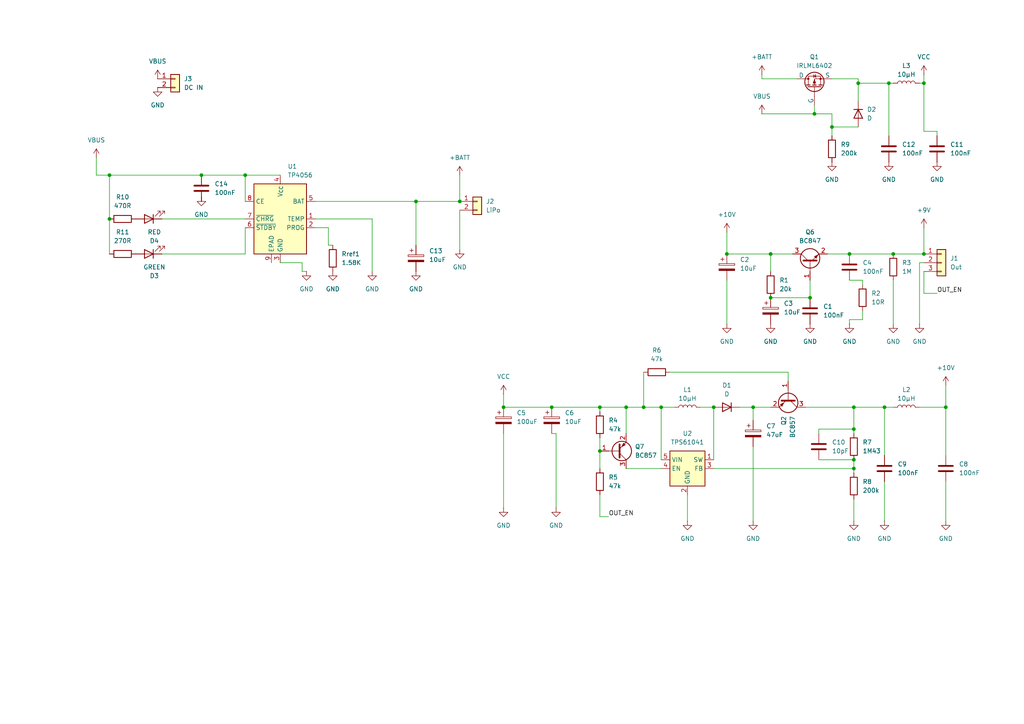
<source format=kicad_sch>
(kicad_sch (version 20250114) (generator "eeschema") (generator_version "9.0")
  (paper "A4")
  (lib_symbols
    (symbol "Battery_Management:TP4056-42-ESOP8"
      (property "Reference" "U" (at -6.604 11.684 0))
      (property "Value" "TP4056-42-ESOP8" (at 10.16 11.684 0))
      (symbol "TP4056-42-ESOP8_1_0"
        (pin input line (at -10.16 5.08 0) (length 2.54) (name "CE") (number "8"))
        (pin open_collector line (at -10.16 0 0) (length 2.54) (name "~{CHRG}") (number "7"))
        (pin open_collector line (at -10.16 -2.54 0) (length 2.54) (name "~{STDBY}") (number "6"))
        (pin passive line (at -2.54 -12.7 90) (length 2.54) (name "EPAD") (number "9"))
        (pin power_in line (at 0 12.7 270) (length 2.54) (name "V_{CC}") (number "4"))
        (pin power_in line (at 0 -12.7 90) (length 2.54) (name "GND") (number "3"))
        (pin power_out line (at 10.16 5.08 180) (length 2.54) (name "BAT") (number "5"))
        (pin input line (at 10.16 0 180) (length 2.54) (name "TEMP") (number "1"))
        (pin passive line (at 10.16 -2.54 180) (length 2.54) (name "PROG") (number "2"))
      )
      (symbol "TP4056-42-ESOP8_1_1"
        (rectangle (start -7.62 10.16) (end 7.62 -10.16) (stroke (width 0.254)) (fill (type background)))
      )
    )
    (symbol "Connector_Generic:Conn_01x02" (pin_names (offset 1.016) (hide yes))
      (property "Reference" "J" (at 0 2.54 0))
      (property "Value" "Conn_01x02" (at 0 -5.08 0))
      (symbol "Conn_01x02_1_1"
        (rectangle (start -1.27 1.27) (end 1.27 -3.81) (stroke (width 0.254)) (fill (type background)))
        (rectangle (start -1.27 0.127) (end 0 -0.127) (stroke (width 0.1524)))
        (rectangle (start -1.27 -2.413) (end 0 -2.667) (stroke (width 0.1524)))
        (pin passive line (at -5.08 0 0) (length 3.81) (name "Pin_1") (number "1"))
        (pin passive line (at -5.08 -2.54 0) (length 3.81) (name "Pin_2") (number "2"))
      )
    )
    (symbol "Connector_Generic:Conn_01x03" (pin_names (offset 1.016) (hide yes))
      (property "Reference" "J" (at 0 5.08 0))
      (property "Value" "Conn_01x03" (at 0 -5.08 0))
      (symbol "Conn_01x03_1_1"
        (rectangle (start -1.27 3.81) (end 1.27 -3.81) (stroke (width 0.254)) (fill (type background)))
        (rectangle (start -1.27 2.667) (end 0 2.413) (stroke (width 0.1524)))
        (rectangle (start -1.27 0.127) (end 0 -0.127) (stroke (width 0.1524)))
        (rectangle (start -1.27 -2.413) (end 0 -2.667) (stroke (width 0.1524)))
        (pin passive line (at -5.08 2.54 0) (length 3.81) (name "Pin_1") (number "1"))
        (pin passive line (at -5.08 0 0) (length 3.81) (name "Pin_2") (number "2"))
        (pin passive line (at -5.08 -2.54 0) (length 3.81) (name "Pin_3") (number "3"))
      )
    )
    (symbol "Device:C" (pin_numbers (hide yes)) (pin_names (offset 0.254))
      (property "Reference" "C" (at 0.635 2.54 0))
      (property "Value" "C" (at 0.635 -2.54 0))
      (symbol "C_0_1"
        (polyline (pts (xy -2.032 0.762) (xy 2.032 0.762)) (stroke (width 0.508)))
        (polyline (pts (xy -2.032 -0.762) (xy 2.032 -0.762)) (stroke (width 0.508)))
      )
      (symbol "C_1_1"
        (pin passive line (at 0 3.81 270) (length 2.794) (name "~") (number "1"))
        (pin passive line (at 0 -3.81 90) (length 2.794) (name "~") (number "2"))
      )
    )
    (symbol "Device:C_Polarized" (pin_numbers (hide yes)) (pin_names (offset 0.254))
      (property "Reference" "C" (at 0.635 2.54 0))
      (property "Value" "C_Polarized" (at 0.635 -2.54 0))
      (symbol "C_Polarized_0_1"
        (rectangle (start -2.286 0.508) (end 2.286 1.016))
        (polyline (pts (xy -1.778 2.286) (xy -0.762 2.286)))
        (polyline (pts (xy -1.27 2.794) (xy -1.27 1.778)))
        (rectangle (start 2.286 -0.508) (end -2.286 -1.016) (fill (type outline)))
      )
      (symbol "C_Polarized_1_1"
        (pin passive line (at 0 3.81 270) (length 2.794) (name "~") (number "1"))
        (pin passive line (at 0 -3.81 90) (length 2.794) (name "~") (number "2"))
      )
    )
    (symbol "Device:D" (pin_numbers (hide yes)) (pin_names (offset 1.016) (hide yes))
      (property "Reference" "D" (at 0 2.54 0))
      (property "Value" "D" (at 0 -2.54 0))
      (symbol "D_0_1"
        (polyline (pts (xy -1.27 1.27) (xy -1.27 -1.27)) (stroke (width 0.254)))
        (polyline (pts (xy 1.27 1.27) (xy 1.27 -1.27) (xy -1.27 0) (xy 1.27 1.27)) (stroke (width 0.254)))
        (polyline (pts (xy 1.27 0) (xy -1.27 0)))
      )
      (symbol "D_1_1"
        (pin passive line (at -3.81 0 0) (length 2.54) (name "K") (number "1"))
        (pin passive line (at 3.81 0 180) (length 2.54) (name "A") (number "2"))
      )
    )
    (symbol "Device:L" (pin_numbers (hide yes)) (pin_names (offset 1.016) (hide yes))
      (property "Reference" "L" (at -1.27 0 90))
      (property "Value" "L" (at 1.905 0 90))
      (symbol "L_0_1"
        (arc (start 0 2.54) (mid 0.6323 1.905) (end 0 1.27))
        (arc (start 0 1.27) (mid 0.6323 0.635) (end 0 0))
        (arc (start 0 0) (mid 0.6323 -0.635) (end 0 -1.27))
        (arc (start 0 -1.27) (mid 0.6323 -1.905) (end 0 -2.54))
      )
      (symbol "L_1_1"
        (pin passive line (at 0 3.81 270) (length 1.27) (name "1") (number "1"))
        (pin passive line (at 0 -3.81 90) (length 1.27) (name "2") (number "2"))
      )
    )
    (symbol "Device:LED" (pin_numbers (hide yes)) (pin_names (offset 1.016) (hide yes))
      (property "Reference" "D" (at 0 2.54 0))
      (property "Value" "LED" (at 0 -2.54 0))
      (symbol "LED_0_1"
        (polyline (pts (xy -3.048 -0.762) (xy -4.572 -2.286) (xy -3.81 -2.286) (xy -4.572 -2.286) (xy -4.572 -1.524)))
        (polyline (pts (xy -1.778 -0.762) (xy -3.302 -2.286) (xy -2.54 -2.286) (xy -3.302 -2.286) (xy -3.302 -1.524)))
        (polyline (pts (xy -1.27 0) (xy 1.27 0)))
        (polyline (pts (xy -1.27 -1.27) (xy -1.27 1.27)) (stroke (width 0.254)))
        (polyline (pts (xy 1.27 -1.27) (xy 1.27 1.27) (xy -1.27 0) (xy 1.27 -1.27)) (stroke (width 0.254)))
      )
      (symbol "LED_1_1"
        (pin passive line (at -3.81 0 0) (length 2.54) (name "K") (number "1"))
        (pin passive line (at 3.81 0 180) (length 2.54) (name "A") (number "2"))
      )
    )
    (symbol "Device:R" (pin_numbers (hide yes)) (pin_names (offset 0))
      (property "Reference" "R" (at 2.032 0 90))
      (property "Value" "R" (at 0 0 90))
      (symbol "R_0_1"
        (rectangle (start -1.016 -2.54) (end 1.016 2.54) (stroke (width 0.254)))
      )
      (symbol "R_1_1"
        (pin passive line (at 0 3.81 270) (length 1.27) (name "~") (number "1"))
        (pin passive line (at 0 -3.81 90) (length 1.27) (name "~") (number "2"))
      )
    )
    (symbol "Regulator_Switching:TPS61041DBV"
      (property "Reference" "U" (at -5.08 6.35 0))
      (property "Value" "TPS61041DBV" (at 0 6.35 0))
      (symbol "TPS61041DBV_0_1"
        (rectangle (start -5.08 5.08) (end 5.08 -5.08) (stroke (width 0.254)) (fill (type background)))
      )
      (symbol "TPS61041DBV_1_1"
        (pin power_in line (at -7.62 2.54 0) (length 2.54) (name "VIN") (number "5"))
        (pin input line (at -7.62 0 0) (length 2.54) (name "EN") (number "4"))
        (pin power_in line (at 0 -7.62 90) (length 2.54) (name "GND") (number "2"))
        (pin power_out line (at 7.62 2.54 180) (length 2.54) (name "SW") (number "1"))
        (pin input line (at 7.62 0 180) (length 2.54) (name "FB") (number "3"))
      )
    )
    (symbol "Simulation_SPICE:PMOS" (pin_numbers (hide yes)) (pin_names (offset 0))
      (property "Reference" "Q" (at 5.08 1.27 0))
      (property "Value" "PMOS" (at 5.08 -1.27 0))
      (symbol "PMOS_0_1"
        (polyline (pts (xy 0.254 1.905) (xy 0.254 -1.905)) (stroke (width 0.254)))
        (polyline (pts (xy 0.254 0) (xy -2.54 0)))
        (polyline (pts (xy 0.762 2.286) (xy 0.762 1.27)) (stroke (width 0.254)))
        (polyline (pts (xy 0.762 1.778) (xy 3.302 1.778) (xy 3.302 -1.778) (xy 0.762 -1.778)))
        (polyline (pts (xy 0.762 0.508) (xy 0.762 -0.508)) (stroke (width 0.254)))
        (polyline (pts (xy 0.762 -1.27) (xy 0.762 -2.286)) (stroke (width 0.254)))
        (circle (center 1.651 0) (radius 2.794) (stroke (width 0.254)))
        (polyline (pts (xy 2.286 0) (xy 1.27 0.381) (xy 1.27 -0.381) (xy 2.286 0)) (fill (type outline)))
        (polyline (pts (xy 2.54 2.54) (xy 2.54 1.778)))
        (circle (center 2.54 1.778) (radius 0.254) (fill (type outline)))
        (circle (center 2.54 -1.778) (radius 0.254) (fill (type outline)))
        (polyline (pts (xy 2.54 -2.54) (xy 2.54 0) (xy 0.762 0)))
        (polyline (pts (xy 2.794 -0.508) (xy 2.921 -0.381) (xy 3.683 -0.381) (xy 3.81 -0.254)))
        (polyline (pts (xy 3.302 -0.381) (xy 2.921 0.254) (xy 3.683 0.254) (xy 3.302 -0.381)))
      )
      (symbol "PMOS_1_1"
        (pin input line (at -5.08 0 0) (length 2.54) (name "G") (number "2"))
        (pin passive line (at 2.54 5.08 270) (length 2.54) (name "D") (number "1"))
        (pin passive line (at 2.54 -5.08 90) (length 2.54) (name "S") (number "3"))
      )
    )
    (symbol "Transistor_BJT:BC847" (pin_names (offset 0) (hide yes))
      (property "Reference" "Q" (at 5.08 1.905 0))
      (property "Value" "BC847" (at 5.08 0 0))
      (symbol "BC847_0_1"
        (polyline (pts (xy -2.54 0) (xy 0.635 0)))
        (polyline (pts (xy 0.635 1.905) (xy 0.635 -1.905)) (stroke (width 0.508)))
        (circle (center 1.27 0) (radius 2.8194) (stroke (width 0.254)))
      )
      (symbol "BC847_1_1"
        (polyline (pts (xy 0.635 0.635) (xy 2.54 2.54)))
        (polyline (pts (xy 0.635 -0.635) (xy 2.54 -2.54)))
        (polyline (pts (xy 1.27 -1.778) (xy 1.778 -1.27) (xy 2.286 -2.286) (xy 1.27 -1.778)) (fill (type outline)))
        (pin input line (at -5.08 0 0) (length 2.54) (name "B") (number "1"))
        (pin passive line (at 2.54 5.08 270) (length 2.54) (name "C") (number "3"))
        (pin passive line (at 2.54 -5.08 90) (length 2.54) (name "E") (number "2"))
      )
    )
    (symbol "Transistor_BJT:BC857" (pin_names (offset 0) (hide yes))
      (property "Reference" "Q" (at 5.08 1.905 0))
      (property "Value" "BC857" (at 5.08 0 0))
      (symbol "BC857_0_1"
        (polyline (pts (xy -2.54 0) (xy 0.635 0)))
        (polyline (pts (xy 0.635 1.905) (xy 0.635 -1.905)) (stroke (width 0.508)))
        (polyline (pts (xy 0.635 0.635) (xy 2.54 2.54)))
        (polyline (pts (xy 0.635 -0.635) (xy 2.54 -2.54)))
        (circle (center 1.27 0) (radius 2.8194) (stroke (width 0.254)))
        (polyline (pts (xy 2.286 -1.778) (xy 1.778 -2.286) (xy 1.27 -1.27) (xy 2.286 -1.778)) (fill (type outline)))
      )
      (symbol "BC857_1_1"
        (pin input line (at -5.08 0 0) (length 2.54) (name "B") (number "1"))
        (pin passive line (at 2.54 5.08 270) (length 2.54) (name "C") (number "3"))
        (pin passive line (at 2.54 -5.08 90) (length 2.54) (name "E") (number "2"))
      )
    )
    (symbol "power:+10V" (power) (pin_numbers (hide yes)) (pin_names (offset 0) (hide yes))
      (property "Value" "+10V" (at 0 3.556 0))
      (symbol "+10V_0_1"
        (polyline (pts (xy -0.762 1.27) (xy 0 2.54)))
        (polyline (pts (xy 0 2.54) (xy 0.762 1.27)))
        (polyline (pts (xy 0 0) (xy 0 2.54)))
      )
      (symbol "+10V_1_1"
        (pin power_in line (at 0 0 90) (length 0) (name "~") (number "1"))
      )
    )
    (symbol "power:+9V" (power) (pin_numbers (hide yes)) (pin_names (offset 0) (hide yes))
      (property "Value" "+9V" (at 0 3.556 0))
      (symbol "+9V_0_1"
        (polyline (pts (xy -0.762 1.27) (xy 0 2.54)))
        (polyline (pts (xy 0 2.54) (xy 0.762 1.27)))
        (polyline (pts (xy 0 0) (xy 0 2.54)))
      )
      (symbol "+9V_1_1"
        (pin power_in line (at 0 0 90) (length 0) (name "~") (number "1"))
      )
    )
    (symbol "power:+BATT" (power) (pin_numbers (hide yes)) (pin_names (offset 0) (hide yes))
      (property "Value" "+BATT" (at 0 3.556 0))
      (symbol "+BATT_0_1"
        (polyline (pts (xy -0.762 1.27) (xy 0 2.54)))
        (polyline (pts (xy 0 2.54) (xy 0.762 1.27)))
        (polyline (pts (xy 0 0) (xy 0 2.54)))
      )
      (symbol "+BATT_1_1"
        (pin power_in line (at 0 0 90) (length 0) (name "~") (number "1"))
      )
    )
    (symbol "power:GND" (power) (pin_numbers (hide yes)) (pin_names (offset 0) (hide yes))
      (property "Value" "GND" (at 0 -3.81 0))
      (symbol "GND_0_1"
        (polyline (pts (xy 0 0) (xy 0 -1.27) (xy 1.27 -1.27) (xy 0 -2.54) (xy -1.27 -1.27) (xy 0 -1.27)))
      )
      (symbol "GND_1_1"
        (pin power_in line (at 0 0 270) (length 0) (name "~") (number "1"))
      )
    )
    (symbol "power:VBUS" (power) (pin_numbers (hide yes)) (pin_names (offset 0) (hide yes))
      (property "Value" "VBUS" (at 0 3.556 0))
      (symbol "VBUS_0_1"
        (polyline (pts (xy -0.762 1.27) (xy 0 2.54)))
        (polyline (pts (xy 0 2.54) (xy 0.762 1.27)))
        (polyline (pts (xy 0 0) (xy 0 2.54)))
      )
      (symbol "VBUS_1_1"
        (pin power_in line (at 0 0 90) (length 0) (name "~") (number "1"))
      )
    )
    (symbol "power:VCC" (power) (pin_numbers (hide yes)) (pin_names (offset 0) (hide yes))
      (property "Value" "VCC" (at 0 3.556 0))
      (symbol "VCC_0_1"
        (polyline (pts (xy -0.762 1.27) (xy 0 2.54)))
        (polyline (pts (xy 0 2.54) (xy 0.762 1.27)))
        (polyline (pts (xy 0 0) (xy 0 2.54)))
      )
      (symbol "VCC_1_1"
        (pin power_in line (at 0 0 90) (length 0) (name "~") (number "1"))
      )
    )
  )
  (junction (at 223.52 86.36))
  (junction (at 247.65 118.11))
  (junction (at 31.75 50.8))
  (junction (at 259.08 73.66))
  (junction (at 256.54 118.11))
  (junction (at 267.97 73.66))
  (junction (at 173.99 130.81))
  (junction (at 71.12 50.8))
  (junction (at 133.35 58.42))
  (junction (at 246.38 73.66))
  (junction (at 218.44 118.11))
  (junction (at 160.02 118.11))
  (junction (at 120.65 58.42))
  (junction (at 247.65 124.46))
  (junction (at 207.01 118.11))
  (junction (at 186.69 118.11))
  (junction (at 274.32 118.11))
  (junction (at 241.3 36.83))
  (junction (at 191.77 118.11))
  (junction (at 234.95 86.36))
  (junction (at 58.42 50.8))
  (junction (at 210.82 73.66))
  (junction (at 181.61 118.11))
  (junction (at 267.97 24.13))
  (junction (at 31.75 63.5))
  (junction (at 173.99 118.11))
  (junction (at 247.65 133.35))
  (junction (at 146.05 118.11))
  (junction (at 257.81 24.13))
  (junction (at 236.22 33.02))
  (junction (at 248.92 24.13))
  (junction (at 247.65 135.89))
  (junction (at 223.52 73.66))
  (wire (pts (xy 95.25 71.12) (xy 95.25 66.04)))
  (wire (pts (xy 181.61 135.89) (xy 191.77 135.89)))
  (wire (pts (xy 173.99 118.11) (xy 181.61 118.11)))
  (wire (pts (xy 218.44 121.92) (xy 218.44 118.11)))
  (wire (pts (xy 31.75 50.8) (xy 58.42 50.8)))
  (wire (pts (xy 186.69 107.95) (xy 186.69 118.11)))
  (wire (pts (xy 223.52 86.36) (xy 234.95 86.36)))
  (wire (pts (xy 247.65 135.89) (xy 247.65 133.35)))
  (wire (pts (xy 274.32 132.08) (xy 274.32 118.11)))
  (wire (pts (xy 27.94 45.72) (xy 27.94 50.8)))
  (wire (pts (xy 247.65 118.11) (xy 256.54 118.11)))
  (wire (pts (xy 27.94 50.8) (xy 31.75 50.8)))
  (wire (pts (xy 88.9 78.74) (xy 87.63 78.74)))
  (wire (pts (xy 267.97 85.09) (xy 271.78 85.09)))
  (wire (pts (xy 31.75 63.5) (xy 31.75 73.66)))
  (wire (pts (xy 233.68 118.11) (xy 247.65 118.11)))
  (wire (pts (xy 274.32 151.13) (xy 274.32 139.7)))
  (wire (pts (xy 191.77 118.11) (xy 191.77 133.35)))
  (wire (pts (xy 223.52 118.11) (xy 218.44 118.11)))
  (wire (pts (xy 259.08 73.66) (xy 267.97 73.66)))
  (wire (pts (xy 256.54 151.13) (xy 256.54 139.7)))
  (wire (pts (xy 71.12 50.8) (xy 81.28 50.8)))
  (wire (pts (xy 248.92 24.13) (xy 257.81 24.13)))
  (wire (pts (xy 220.98 22.86) (xy 220.98 21.59)))
  (wire (pts (xy 181.61 118.11) (xy 186.69 118.11)))
  (wire (pts (xy 246.38 92.71) (xy 246.38 93.98)))
  (wire (pts (xy 71.12 73.66) (xy 71.12 66.04)))
  (wire (pts (xy 210.82 67.31) (xy 210.82 73.66)))
  (wire (pts (xy 207.01 135.89) (xy 247.65 135.89)))
  (wire (pts (xy 91.44 63.5) (xy 107.95 63.5)))
  (wire (pts (xy 247.65 137.16) (xy 247.65 135.89)))
  (wire (pts (xy 210.82 73.66) (xy 223.52 73.66)))
  (wire (pts (xy 207.01 118.11) (xy 207.01 133.35)))
  (wire (pts (xy 95.25 66.04) (xy 91.44 66.04)))
  (wire (pts (xy 146.05 114.3) (xy 146.05 118.11)))
  (wire (pts (xy 195.58 118.11) (xy 191.77 118.11)))
  (wire (pts (xy 267.97 21.59) (xy 267.97 24.13)))
  (wire (pts (xy 95.25 71.12) (xy 96.52 71.12)))
  (wire (pts (xy 173.99 149.86) (xy 176.53 149.86)))
  (wire (pts (xy 210.82 93.98) (xy 210.82 81.28)))
  (wire (pts (xy 266.7 76.2) (xy 267.97 76.2)))
  (wire (pts (xy 173.99 127) (xy 173.99 130.81)))
  (wire (pts (xy 71.12 58.42) (xy 71.12 50.8)))
  (wire (pts (xy 173.99 130.81) (xy 173.99 135.89)))
  (wire (pts (xy 247.65 125.73) (xy 247.65 124.46)))
  (wire (pts (xy 228.6 107.95) (xy 228.6 110.49)))
  (wire (pts (xy 173.99 119.38) (xy 173.99 118.11)))
  (wire (pts (xy 250.19 81.28) (xy 246.38 81.28)))
  (wire (pts (xy 248.92 22.86) (xy 241.3 22.86)))
  (wire (pts (xy 234.95 81.28) (xy 234.95 86.36)))
  (wire (pts (xy 256.54 118.11) (xy 259.08 118.11)))
  (wire (pts (xy 271.78 38.1) (xy 267.97 38.1)))
  (wire (pts (xy 146.05 118.11) (xy 160.02 118.11)))
  (wire (pts (xy 46.99 73.66) (xy 71.12 73.66)))
  (wire (pts (xy 91.44 58.42) (xy 120.65 58.42)))
  (wire (pts (xy 203.2 118.11) (xy 207.01 118.11)))
  (wire (pts (xy 87.63 78.74) (xy 87.63 76.2)))
  (wire (pts (xy 220.98 22.86) (xy 231.14 22.86)))
  (wire (pts (xy 240.03 73.66) (xy 246.38 73.66)))
  (wire (pts (xy 267.97 78.74) (xy 267.97 85.09)))
  (wire (pts (xy 257.81 24.13) (xy 259.08 24.13)))
  (wire (pts (xy 248.92 29.21) (xy 248.92 24.13)))
  (wire (pts (xy 223.52 73.66) (xy 223.52 78.74)))
  (wire (pts (xy 266.7 93.98) (xy 266.7 76.2)))
  (wire (pts (xy 250.19 92.71) (xy 246.38 92.71)))
  (wire (pts (xy 247.65 151.13) (xy 247.65 144.78)))
  (wire (pts (xy 218.44 129.54) (xy 218.44 151.13)))
  (wire (pts (xy 247.65 124.46) (xy 247.65 118.11)))
  (wire (pts (xy 237.49 124.46) (xy 247.65 124.46)))
  (wire (pts (xy 161.29 125.73) (xy 161.29 147.32)))
  (wire (pts (xy 218.44 118.11) (xy 214.63 118.11)))
  (wire (pts (xy 248.92 22.86) (xy 248.92 24.13)))
  (wire (pts (xy 237.49 133.35) (xy 247.65 133.35)))
  (wire (pts (xy 267.97 66.04) (xy 267.97 73.66)))
  (wire (pts (xy 146.05 125.73) (xy 146.05 147.32)))
  (wire (pts (xy 31.75 50.8) (xy 31.75 63.5)))
  (wire (pts (xy 87.63 76.2) (xy 81.28 76.2)))
  (wire (pts (xy 256.54 132.08) (xy 256.54 118.11)))
  (wire (pts (xy 236.22 33.02) (xy 236.22 30.48)))
  (wire (pts (xy 133.35 50.8) (xy 133.35 58.42)))
  (wire (pts (xy 267.97 24.13) (xy 266.7 24.13)))
  (wire (pts (xy 246.38 73.66) (xy 259.08 73.66)))
  (wire (pts (xy 250.19 82.55) (xy 250.19 81.28)))
  (wire (pts (xy 181.61 125.73) (xy 181.61 118.11)))
  (wire (pts (xy 266.7 118.11) (xy 274.32 118.11)))
  (wire (pts (xy 241.3 39.37) (xy 241.3 36.83)))
  (wire (pts (xy 107.95 63.5) (xy 107.95 78.74)))
  (wire (pts (xy 236.22 33.02) (xy 241.3 33.02)))
  (wire (pts (xy 133.35 72.39) (xy 133.35 60.96)))
  (wire (pts (xy 267.97 38.1) (xy 267.97 24.13)))
  (wire (pts (xy 46.99 63.5) (xy 71.12 63.5)))
  (wire (pts (xy 120.65 58.42) (xy 120.65 71.12)))
  (wire (pts (xy 186.69 118.11) (xy 191.77 118.11)))
  (wire (pts (xy 223.52 73.66) (xy 229.87 73.66)))
  (wire (pts (xy 161.29 125.73) (xy 160.02 125.73)))
  (wire (pts (xy 250.19 90.17) (xy 250.19 92.71)))
  (wire (pts (xy 58.42 58.42) (xy 58.42 57.15)))
  (wire (pts (xy 58.42 50.8) (xy 71.12 50.8)))
  (wire (pts (xy 120.65 58.42) (xy 133.35 58.42)))
  (wire (pts (xy 228.6 107.95) (xy 194.31 107.95)))
  (wire (pts (xy 220.98 33.02) (xy 236.22 33.02)))
  (wire (pts (xy 173.99 143.51) (xy 173.99 149.86)))
  (wire (pts (xy 241.3 36.83) (xy 248.92 36.83)))
  (wire (pts (xy 160.02 118.11) (xy 173.99 118.11)))
  (wire (pts (xy 274.32 118.11) (xy 274.32 111.76)))
  (wire (pts (xy 237.49 125.73) (xy 237.49 124.46)))
  (wire (pts (xy 241.3 36.83) (xy 241.3 33.02)))
  (wire (pts (xy 259.08 93.98) (xy 259.08 81.28)))
  (wire (pts (xy 257.81 39.37) (xy 257.81 24.13)))
  (wire (pts (xy 199.39 151.13) (xy 199.39 143.51)))
  (wire (pts (xy 271.78 39.37) (xy 271.78 38.1)))
  (label "OUT_EN" (at 176.53 149.86 0))
  (label "OUT_EN" (at 271.78 85.09 0))
  (symbol (lib_id "power:VBUS") (at 220.98 33.02 0) (unit 1)
    (property "Reference" "#PWR020" (effects (hide yes)))
    (property "Value" "VBUS" (at 220.98 27.94 0))
    (property "Description" "Power symbol creates a global label with name \"VBUS\"" (effects (hide yes)))
  )
  (symbol (lib_id "power:+10V") (at 210.82 67.31 0) (unit 1)
    (property "Reference" "#PWR04" (effects (hide yes)))
    (property "Value" "+10V" (at 210.82 62.23 0))
    (property "Description" "Power symbol creates a global label with name \"+10V\"" (effects (hide yes)))
  )
  (symbol (lib_id "Device:L") (at 262.89 24.13 90) (unit 1)
    (property "Reference" "L3" (at 262.89 19.05 90))
    (property "Value" "10µH" (at 262.89 21.59 90))
    (property "Footprint" "Inductor_SMD:L_0805_2012Metric" (effects (hide yes)))
    (property "Description" "Inductor" (effects (hide yes)))
  )
  (symbol (lib_id "Device:R") (at 96.52 74.93 0) (unit 1)
    (property "Reference" "Rref1" (at 99.06 73.6599 0) (effects (justify left)))
    (property "Value" "1.58K" (at 99.06 76.1999 0) (effects (justify left)))
    (property "Footprint" "Resistor_SMD:R_0805_2012Metric" (effects (hide yes)))
    (property "Description" "Resistor" (effects (hide yes)))
  )
  (symbol (lib_id "Device:R") (at 173.99 139.7 0) (unit 1)
    (property "Reference" "R5" (at 176.53 138.4299 0) (effects (justify left)))
    (property "Value" "47k" (at 176.53 140.9699 0) (effects (justify left)))
    (property "Footprint" "Resistor_SMD:R_0805_2012Metric" (effects (hide yes)))
    (property "Description" "Resistor" (effects (hide yes)))
  )
  (symbol (lib_id "Device:R") (at 247.65 129.54 0) (unit 1)
    (property "Reference" "R7" (at 250.19 128.2699 0) (effects (justify left)))
    (property "Value" "1M43" (at 250.19 130.8099 0) (effects (justify left)))
    (property "Footprint" "Resistor_SMD:R_0805_2012Metric" (effects (hide yes)))
    (property "Description" "Resistor" (effects (hide yes)))
  )
  (symbol (lib_id "power:GND") (at 210.82 93.98 0) (unit 1)
    (property "Reference" "#PWR07" (effects (hide yes)))
    (property "Value" "GND" (at 210.82 99.06 0))
    (property "Description" "Power symbol creates a global label with name \"GND\" , ground" (effects (hide yes)))
  )
  (symbol (lib_id "Device:R") (at 247.65 140.97 0) (unit 1)
    (property "Reference" "R8" (at 250.19 139.6999 0) (effects (justify left)))
    (property "Value" "200k" (at 250.19 142.2399 0) (effects (justify left)))
    (property "Footprint" "Resistor_SMD:R_0805_2012Metric" (effects (hide yes)))
    (property "Description" "Resistor" (effects (hide yes)))
  )
  (symbol (lib_id "power:GND") (at 120.65 78.74 0) (unit 1)
    (property "Reference" "#PWR026" (effects (hide yes)))
    (property "Value" "GND" (at 120.65 83.82 0))
    (property "Description" "Power symbol creates a global label with name \"GND\" , ground" (effects (hide yes)))
  )
  (symbol (lib_id "Connector_Generic:Conn_01x02") (at 138.43 58.42 0) (unit 1)
    (property "Reference" "J2" (at 140.97 58.4199 0) (effects (justify left)))
    (property "Value" "LiPo" (at 140.97 60.9599 0) (effects (justify left)))
    (property "Footprint" "Connector_Wire:SolderWire-0.5sqmm_1x02_P4.8mm_D0.9mm_OD2.3mm" (effects (hide yes)))
    (property "Description" "Generic connector, single row, 01x02, script generated (kicad-library-utils/schlib/autogen/connector/)" (effects (hide yes)))
  )
  (symbol (lib_id "Device:C") (at 237.49 129.54 0) (unit 1)
    (property "Reference" "C10" (at 241.3 128.2699 0) (effects (justify left)))
    (property "Value" "10pF" (at 241.3 130.8099 0) (effects (justify left)))
    (property "Footprint" "Capacitor_SMD:C_0402_1005Metric" (effects (hide yes)))
    (property "Description" "Unpolarized capacitor" (effects (hide yes)))
  )
  (symbol (lib_id "Device:C") (at 256.54 135.89 0) (unit 1)
    (property "Reference" "C9" (at 260.35 134.6199 0) (effects (justify left)))
    (property "Value" "100nF" (at 260.35 137.1599 0) (effects (justify left)))
    (property "Footprint" "Capacitor_SMD:C_0805_2012Metric" (effects (hide yes)))
    (property "Description" "Unpolarized capacitor" (effects (hide yes)))
  )
  (symbol (lib_id "Device:R") (at 35.56 73.66 270) (unit 1)
    (property "Reference" "R11" (at 35.56 67.31 90))
    (property "Value" "270R" (at 35.56 69.85 90))
    (property "Footprint" "Resistor_SMD:R_0805_2012Metric" (effects (hide yes)))
    (property "Description" "Resistor" (effects (hide yes)))
  )
  (symbol (lib_id "Transistor_BJT:BC857") (at 228.6 115.57 270) (unit 1)
    (property "Reference" "Q2" (at 227.3299 120.65 0) (effects (justify left)))
    (property "Value" "BC857" (at 229.8699 120.65 0) (effects (justify left)))
    (property "Footprint" "Package_TO_SOT_SMD:SOT-23" (effects (hide yes)))
    (property "Datasheet" "https://www.onsemi.com/pub/Collateral/BC860-D.pdf" (effects (hide yes)))
    (property "Description" "0.1A Ic, 45V Vce, PNP Transistor, SOT-23" (effects (hide yes)))
  )
  (symbol (lib_id "power:GND") (at 247.65 151.13 0) (unit 1)
    (property "Reference" "#PWR018" (effects (hide yes)))
    (property "Value" "GND" (at 247.65 156.21 0))
    (property "Description" "Power symbol creates a global label with name \"GND\" , ground" (effects (hide yes)))
  )
  (symbol (lib_id "Regulator_Switching:TPS61041DBV") (at 199.39 135.89 0) (unit 1)
    (property "Reference" "U2" (at 199.39 125.73 0))
    (property "Value" "TPS61041" (at 199.39 128.27 0))
    (property "Footprint" "Package_TO_SOT_SMD:SOT-23-5" (effects (hide yes)))
    (property "Datasheet" "http://www.ti.com/lit/ds/symlink/tps61040.pdf" (effects (hide yes)))
    (property "Description" "Synchronous Boost Regulator, Adjustable Output up to 28V, 250 mA Switch Current Limit, SOT-23-5" (effects (hide yes)))
  )
  (symbol (lib_id "power:GND") (at 88.9 78.74 0) (unit 1)
    (property "Reference" "#PWR029" (effects (hide yes)))
    (property "Value" "GND" (at 88.9 83.82 0))
    (property "Description" "Power symbol creates a global label with name \"GND\" , ground" (effects (hide yes)))
  )
  (symbol (lib_id "power:GND") (at 107.95 78.74 0) (unit 1)
    (property "Reference" "#PWR027" (effects (hide yes)))
    (property "Value" "GND" (at 107.95 83.82 0))
    (property "Description" "Power symbol creates a global label with name \"GND\" , ground" (effects (hide yes)))
  )
  (symbol (lib_id "Device:LED") (at 43.18 73.66 180) (unit 1)
    (property "Reference" "D3" (at 44.7675 80.01 0))
    (property "Value" "GREEN" (at 44.7675 77.47 0))
    (property "Footprint" "LED_SMD:LED_0805_2012Metric" (effects (hide yes)))
    (property "Description" "Light emitting diode" (effects (hide yes)))
    (property "Sim.Pins" "1=K 2=A" (effects (hide yes)))
  )
  (symbol (lib_id "Device:C_Polarized") (at 120.65 74.93 0) (unit 1)
    (property "Reference" "C13" (at 124.46 72.7709 0) (effects (justify left)))
    (property "Value" "10uF" (at 124.46 75.3109 0) (effects (justify left)))
    (property "Footprint" "Capacitor_Tantalum_SMD:CP_EIA-3216-10_Kemet-I" (effects (hide yes)))
    (property "Description" "Polarized capacitor" (effects (hide yes)))
  )
  (symbol (lib_id "power:VCC") (at 267.97 21.59 0) (unit 1)
    (property "Reference" "#PWR022" (effects (hide yes)))
    (property "Value" "VCC" (at 267.97 16.51 0))
    (property "Description" "Power symbol creates a global label with name \"VCC\"" (effects (hide yes)))
  )
  (symbol (lib_id "Device:D") (at 210.82 118.11 180) (unit 1)
    (property "Reference" "D1" (at 210.82 111.76 0))
    (property "Value" "D" (at 210.82 114.3 0))
    (property "Footprint" "Diode_SMD:D_0805_2012Metric" (effects (hide yes)))
    (property "Description" "Diode" (effects (hide yes)))
    (property "Sim.Device" "D" (effects (hide yes)))
    (property "Sim.Pins" "1=K 2=A" (effects (hide yes)))
  )
  (symbol (lib_id "Device:R") (at 241.3 43.18 0) (unit 1)
    (property "Reference" "R9" (at 243.84 41.9099 0) (effects (justify left)))
    (property "Value" "200k" (at 243.84 44.4499 0) (effects (justify left)))
    (property "Footprint" "Resistor_SMD:R_0805_2012Metric" (effects (hide yes)))
    (property "Description" "Resistor" (effects (hide yes)))
  )
  (symbol (lib_id "power:GND") (at 274.32 151.13 0) (unit 1)
    (property "Reference" "#PWR017" (effects (hide yes)))
    (property "Value" "GND" (at 274.32 156.21 0))
    (property "Description" "Power symbol creates a global label with name \"GND\" , ground" (effects (hide yes)))
  )
  (symbol (lib_id "Connector_Generic:Conn_01x02") (at 50.8 22.86 0) (unit 1)
    (property "Reference" "J3" (at 53.34 22.8599 0) (effects (justify left)))
    (property "Value" "DC IN" (at 53.34 25.3999 0) (effects (justify left)))
    (property "Footprint" "Connector_Wire:SolderWire-0.5sqmm_1x02_P4.8mm_D0.9mm_OD2.3mm" (effects (hide yes)))
    (property "Description" "Generic connector, single row, 01x02, script generated (kicad-library-utils/schlib/autogen/connector/)" (effects (hide yes)))
  )
  (symbol (lib_id "Device:D") (at 248.92 33.02 270) (unit 1)
    (property "Reference" "D2" (at 251.46 31.7499 90) (effects (justify left)))
    (property "Value" "D" (at 251.46 34.2899 90) (effects (justify left)))
    (property "Footprint" "Diode_SMD:D_0805_2012Metric" (effects (hide yes)))
    (property "Description" "Diode" (effects (hide yes)))
    (property "Sim.Device" "D" (effects (hide yes)))
    (property "Sim.Pins" "1=K 2=A" (effects (hide yes)))
  )
  (symbol (lib_id "Simulation_SPICE:PMOS") (at 236.22 25.4 90) (unit 1)
    (property "Reference" "Q1" (at 236.22 16.51 90))
    (property "Value" "IRLML6402" (at 236.22 19.05 90))
    (property "Footprint" "Package_TO_SOT_SMD:SOT-23" (effects (hide yes)))
    (property "Description" "P-MOSFET transistor, drain/source/gate" (effects (hide yes)))
    (property "Sim.Device" "PMOS" (effects (hide yes)))
    (property "Sim.Type" "VDMOS" (effects (hide yes)))
    (property "Sim.Pins" "1=D 2=G 3=S" (effects (hide yes)))
  )
  (symbol (lib_id "power:GND") (at 133.35 72.39 0) (unit 1)
    (property "Reference" "#PWR01" (effects (hide yes)))
    (property "Value" "GND" (at 133.35 77.47 0))
    (property "Description" "Power symbol creates a global label with name \"GND\" , ground" (effects (hide yes)))
  )
  (symbol (lib_id "power:+BATT") (at 220.98 21.59 0) (unit 1)
    (property "Reference" "#PWR019" (effects (hide yes)))
    (property "Value" "+BATT" (at 220.98 16.51 0))
    (property "Description" "Power symbol creates a global label with name \"+BATT\"" (effects (hide yes)))
  )
  (symbol (lib_id "Device:C") (at 274.32 135.89 0) (unit 1)
    (property "Reference" "C8" (at 278.13 134.6199 0) (effects (justify left)))
    (property "Value" "100nF" (at 278.13 137.1599 0) (effects (justify left)))
    (property "Footprint" "Capacitor_SMD:C_0805_2012Metric" (effects (hide yes)))
    (property "Description" "Unpolarized capacitor" (effects (hide yes)))
  )
  (symbol (lib_id "power:GND") (at 58.42 57.15 0) (unit 1)
    (property "Reference" "#PWR031" (effects (hide yes)))
    (property "Value" "GND" (at 58.42 62.23 0))
    (property "Description" "Power symbol creates a global label with name \"GND\" , ground" (effects (hide yes)))
  )
  (symbol (lib_id "Device:C_Polarized") (at 210.82 77.47 0) (unit 1)
    (property "Reference" "C2" (at 214.63 75.3109 0) (effects (justify left)))
    (property "Value" "10uF" (at 214.63 77.8509 0) (effects (justify left)))
    (property "Footprint" "Capacitor_Tantalum_SMD:CP_EIA-3216-10_Kemet-I" (effects (hide yes)))
    (property "Description" "Polarized capacitor" (effects (hide yes)))
  )
  (symbol (lib_id "Connector_Generic:Conn_01x03") (at 273.05 76.2 0) (unit 1)
    (property "Reference" "J1" (at 275.59 74.9299 0) (effects (justify left)))
    (property "Value" "Out" (at 275.59 77.4699 0) (effects (justify left)))
    (property "Footprint" "Connector_Wire:SolderWire-0.5sqmm_1x03_P4.8mm_D0.9mm_OD2.3mm" (effects (hide yes)))
    (property "Description" "Generic connector, single row, 01x03, script generated (kicad-library-utils/schlib/autogen/connector/)" (effects (hide yes)))
  )
  (symbol (lib_id "Device:C") (at 58.42 54.61 0) (unit 1)
    (property "Reference" "C14" (at 62.23 53.3399 0) (effects (justify left)))
    (property "Value" "100nF" (at 62.23 55.8799 0) (effects (justify left)))
    (property "Footprint" "Capacitor_SMD:C_0805_2012Metric" (effects (hide yes)))
    (property "Description" "Unpolarized capacitor" (effects (hide yes)))
  )
  (symbol (lib_id "Device:C_Polarized") (at 218.44 125.73 0) (unit 1)
    (property "Reference" "C7" (at 222.25 123.5709 0) (effects (justify left)))
    (property "Value" "47uF" (at 222.25 126.1109 0) (effects (justify left)))
    (property "Footprint" "Capacitor_Tantalum_SMD:CP_EIA-3528-12_Kemet-T" (effects (hide yes)))
    (property "Description" "Polarized capacitor" (effects (hide yes)))
  )
  (symbol (lib_id "Device:R") (at 259.08 77.47 0) (unit 1)
    (property "Reference" "R3" (at 261.62 76.1999 0) (effects (justify left)))
    (property "Value" "1M" (at 261.62 78.7399 0) (effects (justify left)))
    (property "Footprint" "Resistor_SMD:R_0805_2012Metric" (effects (hide yes)))
    (property "Description" "Resistor" (effects (hide yes)))
  )
  (symbol (lib_id "Device:C") (at 271.78 43.18 0) (unit 1)
    (property "Reference" "C11" (at 275.59 41.9099 0) (effects (justify left)))
    (property "Value" "100nF" (at 275.59 44.4499 0) (effects (justify left)))
    (property "Footprint" "Capacitor_SMD:C_0805_2012Metric" (effects (hide yes)))
    (property "Description" "Unpolarized capacitor" (effects (hide yes)))
  )
  (symbol (lib_id "Device:C_Polarized") (at 146.05 121.92 0) (unit 1)
    (property "Reference" "C5" (at 149.86 119.7609 0) (effects (justify left)))
    (property "Value" "100uF" (at 149.86 122.3009 0) (effects (justify left)))
    (property "Footprint" "Capacitor_Tantalum_SMD:CP_EIA-7343-15_Kemet-W" (effects (hide yes)))
    (property "Description" "Polarized capacitor" (effects (hide yes)))
  )
  (symbol (lib_id "Device:C") (at 234.95 90.17 0) (unit 1)
    (property "Reference" "C1" (at 238.76 88.8999 0) (effects (justify left)))
    (property "Value" "100nF" (at 238.76 91.4399 0) (effects (justify left)))
    (property "Footprint" "Capacitor_SMD:C_0805_2012Metric" (effects (hide yes)))
    (property "Description" "Unpolarized capacitor" (effects (hide yes)))
  )
  (symbol (lib_id "power:GND") (at 96.52 78.74 0) (unit 1)
    (property "Reference" "#PWR028" (effects (hide yes)))
    (property "Value" "GND" (at 96.52 83.82 0))
    (property "Description" "Power symbol creates a global label with name \"GND\" , ground" (effects (hide yes)))
  )
  (symbol (lib_id "power:+BATT") (at 133.35 50.8 0) (unit 1)
    (property "Reference" "#PWR025" (effects (hide yes)))
    (property "Value" "+BATT" (at 133.35 45.72 0))
    (property "Description" "Power symbol creates a global label with name \"+BATT\"" (effects (hide yes)))
  )
  (symbol (lib_id "power:VCC") (at 146.05 114.3 0) (unit 1)
    (property "Reference" "#PWR010" (effects (hide yes)))
    (property "Value" "VCC" (at 146.05 109.22 0))
    (property "Description" "Power symbol creates a global label with name \"VCC\"" (effects (hide yes)))
  )
  (symbol (lib_id "power:GND") (at 146.05 147.32 0) (unit 1)
    (property "Reference" "#PWR011" (effects (hide yes)))
    (property "Value" "GND" (at 146.05 152.4 0))
    (property "Description" "Power symbol creates a global label with name \"GND\" , ground" (effects (hide yes)))
  )
  (symbol (lib_id "Device:C_Polarized") (at 223.52 90.17 0) (unit 1)
    (property "Reference" "C3" (at 227.33 88.0109 0) (effects (justify left)))
    (property "Value" "10uF" (at 227.33 90.5509 0) (effects (justify left)))
    (property "Footprint" "Capacitor_Tantalum_SMD:CP_EIA-3216-10_Kemet-I" (effects (hide yes)))
    (property "Description" "Polarized capacitor" (effects (hide yes)))
  )
  (symbol (lib_id "power:GND") (at 257.81 46.99 0) (unit 1)
    (property "Reference" "#PWR023" (effects (hide yes)))
    (property "Value" "GND" (at 257.81 52.07 0))
    (property "Description" "Power symbol creates a global label with name \"GND\" , ground" (effects (hide yes)))
  )
  (symbol (lib_id "Device:R") (at 250.19 86.36 0) (unit 1)
    (property "Reference" "R2" (at 252.73 85.0899 0) (effects (justify left)))
    (property "Value" "10R" (at 252.73 87.6299 0) (effects (justify left)))
    (property "Footprint" "Resistor_SMD:R_0805_2012Metric" (effects (hide yes)))
    (property "Description" "Resistor" (effects (hide yes)))
  )
  (symbol (lib_id "power:GND") (at 45.72 25.4 0) (unit 1)
    (property "Reference" "#PWR033" (effects (hide yes)))
    (property "Value" "GND" (at 45.72 30.48 0))
    (property "Description" "Power symbol creates a global label with name \"GND\" , ground" (effects (hide yes)))
  )
  (symbol (lib_id "power:VBUS") (at 27.94 45.72 0) (unit 1)
    (property "Reference" "#PWR030" (effects (hide yes)))
    (property "Value" "VBUS" (at 27.94 40.64 0))
    (property "Description" "Power symbol creates a global label with name \"VBUS\"" (effects (hide yes)))
  )
  (symbol (lib_id "Battery_Management:TP4056-42-ESOP8") (at 81.28 63.5 0) (unit 1)
    (property "Reference" "U1" (at 83.4233 48.26 0) (effects (justify left)))
    (property "Value" "TP4056" (at 83.4233 50.8 0) (effects (justify left)))
    (property "Footprint" "Package_SO:SOIC-8-1EP_3.9x4.9mm_P1.27mm_EP2.41x3.3mm_ThermalVias" (effects (hide yes)))
    (property "Datasheet" "https://www.lcsc.com/datasheet/lcsc_datasheet_2410121619_TOPPOWER-Nanjing-Extension-Microelectronics-TP4056-42-ESOP8_C16581.pdf" (effects (hide yes)))
    (property "Description" "1A Standalone Linear Li-ion/LiPo single-cell battery charger, 4.2V ±1% charge voltage, VCC = 4.0..8.0V, SOIC-8 (SOP-8)" (effects (hide yes)))
  )
  (symbol (lib_id "power:GND") (at 256.54 151.13 0) (unit 1)
    (property "Reference" "#PWR016" (effects (hide yes)))
    (property "Value" "GND" (at 256.54 156.21 0))
    (property "Description" "Power symbol creates a global label with name \"GND\" , ground" (effects (hide yes)))
  )
  (symbol (lib_id "power:GND") (at 234.95 93.98 0) (unit 1)
    (property "Reference" "#PWR05" (effects (hide yes)))
    (property "Value" "GND" (at 234.95 99.06 0))
    (property "Description" "Power symbol creates a global label with name \"GND\" , ground" (effects (hide yes)))
  )
  (symbol (lib_id "Device:L") (at 199.39 118.11 90) (unit 1)
    (property "Reference" "L1" (at 199.39 113.03 90))
    (property "Value" "10µH" (at 199.39 115.57 90))
    (property "Footprint" "Inductor_SMD:L_0805_2012Metric" (effects (hide yes)))
    (property "Description" "Inductor" (effects (hide yes)))
  )
  (symbol (lib_id "Device:L") (at 262.89 118.11 90) (unit 1)
    (property "Reference" "L2" (at 262.89 113.03 90))
    (property "Value" "10µH" (at 262.89 115.57 90))
    (property "Footprint" "Inductor_SMD:L_0805_2012Metric" (effects (hide yes)))
    (property "Description" "Inductor" (effects (hide yes)))
  )
  (symbol (lib_id "power:+9V") (at 267.97 66.04 0) (unit 1)
    (property "Reference" "#PWR03" (effects (hide yes)))
    (property "Value" "+9V" (at 267.97 60.96 0))
    (property "Description" "Power symbol creates a global label with name \"+9V\"" (effects (hide yes)))
  )
  (symbol (lib_id "Device:R") (at 35.56 63.5 270) (unit 1)
    (property "Reference" "R10" (at 35.56 57.15 90))
    (property "Value" "470R" (at 35.56 59.69 90))
    (property "Footprint" "Resistor_SMD:R_0805_2012Metric" (effects (hide yes)))
    (property "Description" "Resistor" (effects (hide yes)))
  )
  (symbol (lib_id "power:GND") (at 266.7 93.98 0) (unit 1)
    (property "Reference" "#PWR02" (effects (hide yes)))
    (property "Value" "GND" (at 266.7 99.06 0))
    (property "Description" "Power symbol creates a global label with name \"GND\" , ground" (effects (hide yes)))
  )
  (symbol (lib_id "power:+10V") (at 274.32 111.76 0) (unit 1)
    (property "Reference" "#PWR015" (effects (hide yes)))
    (property "Value" "+10V" (at 274.32 106.68 0))
    (property "Description" "Power symbol creates a global label with name \"+10V\"" (effects (hide yes)))
  )
  (symbol (lib_id "power:GND") (at 271.78 46.99 0) (unit 1)
    (property "Reference" "#PWR024" (effects (hide yes)))
    (property "Value" "GND" (at 271.78 52.07 0))
    (property "Description" "Power symbol creates a global label with name \"GND\" , ground" (effects (hide yes)))
  )
  (symbol (lib_id "power:GND") (at 241.3 46.99 0) (unit 1)
    (property "Reference" "#PWR021" (effects (hide yes)))
    (property "Value" "GND" (at 241.3 52.07 0))
    (property "Description" "Power symbol creates a global label with name \"GND\" , ground" (effects (hide yes)))
  )
  (symbol (lib_id "Device:LED") (at 43.18 63.5 180) (unit 1)
    (property "Reference" "D4" (at 44.7675 69.85 0))
    (property "Value" "RED" (at 44.7675 67.31 0))
    (property "Footprint" "LED_SMD:LED_0805_2012Metric" (effects (hide yes)))
    (property "Description" "Light emitting diode" (effects (hide yes)))
    (property "Sim.Pins" "1=K 2=A" (effects (hide yes)))
  )
  (symbol (lib_id "power:GND") (at 199.39 151.13 0) (unit 1)
    (property "Reference" "#PWR013" (effects (hide yes)))
    (property "Value" "GND" (at 199.39 156.21 0))
    (property "Description" "Power symbol creates a global label with name \"GND\" , ground" (effects (hide yes)))
  )
  (symbol (lib_id "Device:R") (at 173.99 123.19 0) (unit 1)
    (property "Reference" "R4" (at 176.53 121.9199 0) (effects (justify left)))
    (property "Value" "47k" (at 176.53 124.4599 0) (effects (justify left)))
    (property "Footprint" "Resistor_SMD:R_0805_2012Metric" (effects (hide yes)))
    (property "Description" "Resistor" (effects (hide yes)))
  )
  (symbol (lib_id "power:VBUS") (at 45.72 22.86 0) (unit 1)
    (property "Reference" "#PWR032" (effects (hide yes)))
    (property "Value" "VBUS" (at 45.72 17.78 0))
    (property "Description" "Power symbol creates a global label with name \"VBUS\"" (effects (hide yes)))
  )
  (symbol (lib_id "Device:R") (at 190.5 107.95 270) (unit 1)
    (property "Reference" "R6" (at 190.5 101.6 90))
    (property "Value" "47k" (at 190.5 104.14 90))
    (property "Footprint" "Resistor_SMD:R_0805_2012Metric" (effects (hide yes)))
    (property "Description" "Resistor" (effects (hide yes)))
  )
  (symbol (lib_id "Device:C") (at 257.81 43.18 0) (unit 1)
    (property "Reference" "C12" (at 261.62 41.9099 0) (effects (justify left)))
    (property "Value" "100nF" (at 261.62 44.4499 0) (effects (justify left)))
    (property "Footprint" "Capacitor_SMD:C_0805_2012Metric" (effects (hide yes)))
    (property "Description" "Unpolarized capacitor" (effects (hide yes)))
  )
  (symbol (lib_id "power:GND") (at 218.44 151.13 0) (unit 1)
    (property "Reference" "#PWR014" (effects (hide yes)))
    (property "Value" "GND" (at 218.44 156.21 0))
    (property "Description" "Power symbol creates a global label with name \"GND\" , ground" (effects (hide yes)))
  )
  (symbol (lib_id "power:GND") (at 223.52 93.98 0) (unit 1)
    (property "Reference" "#PWR06" (effects (hide yes)))
    (property "Value" "GND" (at 223.52 99.06 0))
    (property "Description" "Power symbol creates a global label with name \"GND\" , ground" (effects (hide yes)))
  )
  (symbol (lib_id "Transistor_BJT:BC857") (at 179.07 130.81 0) (mirror x) (unit 1)
    (property "Reference" "Q7" (at 184.15 129.5399 0) (effects (justify left)))
    (property "Value" "BC857" (at 184.15 132.0799 0) (effects (justify left)))
    (property "Footprint" "Package_TO_SOT_SMD:SOT-23" (effects (hide yes)))
    (property "Datasheet" "https://www.onsemi.com/pub/Collateral/BC860-D.pdf" (effects (hide yes)))
    (property "Description" "0.1A Ic, 45V Vce, PNP Transistor, SOT-23" (effects (hide yes)))
  )
  (symbol (lib_id "power:GND") (at 161.29 147.32 0) (unit 1)
    (property "Reference" "#PWR012" (effects (hide yes)))
    (property "Value" "GND" (at 161.29 152.4 0))
    (property "Description" "Power symbol creates a global label with name \"GND\" , ground" (effects (hide yes)))
  )
  (symbol (lib_id "power:GND") (at 259.08 93.98 0) (unit 1)
    (property "Reference" "#PWR09" (effects (hide yes)))
    (property "Value" "GND" (at 259.08 99.06 0))
    (property "Description" "Power symbol creates a global label with name \"GND\" , ground" (effects (hide yes)))
  )
  (symbol (lib_id "power:GND") (at 246.38 93.98 0) (unit 1)
    (property "Reference" "#PWR08" (effects (hide yes)))
    (property "Value" "GND" (at 246.38 99.06 0))
    (property "Description" "Power symbol creates a global label with name \"GND\" , ground" (effects (hide yes)))
  )
  (symbol (lib_id "Device:C_Polarized") (at 160.02 121.92 0) (unit 1)
    (property "Reference" "C6" (at 163.83 119.7609 0) (effects (justify left)))
    (property "Value" "10uF" (at 163.83 122.3009 0) (effects (justify left)))
    (property "Footprint" "Capacitor_Tantalum_SMD:CP_EIA-3216-10_Kemet-I" (effects (hide yes)))
    (property "Description" "Polarized capacitor" (effects (hide yes)))
  )
  (symbol (lib_id "Device:C") (at 246.38 77.47 0) (unit 1)
    (property "Reference" "C4" (at 250.19 76.1999 0) (effects (justify left)))
    (property "Value" "100nF" (at 250.19 78.7399 0) (effects (justify left)))
    (property "Footprint" "Capacitor_SMD:C_0805_2012Metric" (effects (hide yes)))
    (property "Description" "Unpolarized capacitor" (effects (hide yes)))
  )
  (symbol (lib_id "Device:R") (at 223.52 82.55 0) (unit 1)
    (property "Reference" "R1" (at 226.06 81.2799 0) (effects (justify left)))
    (property "Value" "20k" (at 226.06 83.8199 0) (effects (justify left)))
    (property "Footprint" "Resistor_SMD:R_0805_2012Metric" (effects (hide yes)))
    (property "Description" "Resistor" (effects (hide yes)))
  )
  (symbol (lib_id "Transistor_BJT:BC847") (at 234.95 76.2 90) (unit 1)
    (property "Reference" "Q6" (at 234.95 67.31 90))
    (property "Value" "BC847" (at 234.95 69.85 90))
    (property "Footprint" "Package_TO_SOT_SMD:SOT-23" (effects (hide yes)))
    (property "Datasheet" "http://www.infineon.com/dgdl/Infineon-BC847SERIES_BC848SERIES_BC849SERIES_BC850SERIES-DS-v01_01-en.pdf?fileId=db3a304314dca389011541d4630a1657" (effects (hide yes)))
    (property "Description" "0.1A Ic, 45V Vce, NPN Transistor, SOT-23" (effects (hide yes)))
  )
)
</source>
